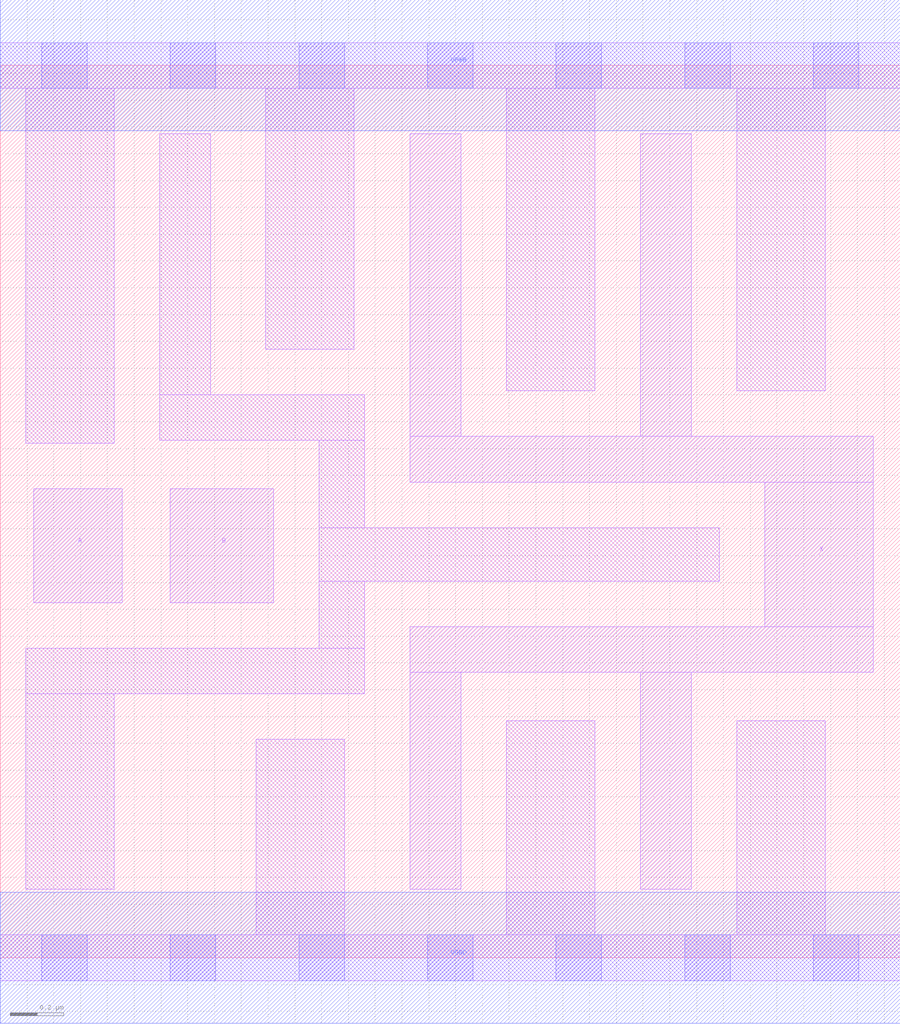
<source format=lef>
# Copyright 2020 The SkyWater PDK Authors
#
# Licensed under the Apache License, Version 2.0 (the "License");
# you may not use this file except in compliance with the License.
# You may obtain a copy of the License at
#
#     https://www.apache.org/licenses/LICENSE-2.0
#
# Unless required by applicable law or agreed to in writing, software
# distributed under the License is distributed on an "AS IS" BASIS,
# WITHOUT WARRANTIES OR CONDITIONS OF ANY KIND, either express or implied.
# See the License for the specific language governing permissions and
# limitations under the License.
#
# SPDX-License-Identifier: Apache-2.0

VERSION 5.7 ;
  NAMESCASESENSITIVE ON ;
  NOWIREEXTENSIONATPIN ON ;
  DIVIDERCHAR "/" ;
  BUSBITCHARS "[]" ;
UNITS
  DATABASE MICRONS 200 ;
END UNITS
MACRO sky130_fd_sc_lp__and2_4
  CLASS CORE ;
  SOURCE USER ;
  FOREIGN sky130_fd_sc_lp__and2_4 ;
  ORIGIN  0.000000  0.000000 ;
  SIZE  3.360000 BY  3.330000 ;
  SYMMETRY X Y R90 ;
  SITE unit ;
  PIN A
    ANTENNAGATEAREA  0.315000 ;
    DIRECTION INPUT ;
    USE SIGNAL ;
    PORT
      LAYER li1 ;
        RECT 0.125000 1.325000 0.455000 1.750000 ;
    END
  END A
  PIN B
    ANTENNAGATEAREA  0.315000 ;
    DIRECTION INPUT ;
    USE SIGNAL ;
    PORT
      LAYER li1 ;
        RECT 0.635000 1.325000 1.020000 1.750000 ;
    END
  END B
  PIN X
    ANTENNADIFFAREA  1.176000 ;
    DIRECTION OUTPUT ;
    USE SIGNAL ;
    PORT
      LAYER li1 ;
        RECT 1.530000 0.255000 1.720000 1.065000 ;
        RECT 1.530000 1.065000 3.260000 1.235000 ;
        RECT 1.530000 1.775000 3.260000 1.945000 ;
        RECT 1.530000 1.945000 1.720000 3.075000 ;
        RECT 2.390000 0.255000 2.580000 1.065000 ;
        RECT 2.390000 1.945000 2.580000 3.075000 ;
        RECT 2.855000 1.235000 3.260000 1.775000 ;
    END
  END X
  PIN VGND
    DIRECTION INOUT ;
    USE GROUND ;
    PORT
      LAYER met1 ;
        RECT 0.000000 -0.245000 3.360000 0.245000 ;
    END
  END VGND
  PIN VPWR
    DIRECTION INOUT ;
    USE POWER ;
    PORT
      LAYER met1 ;
        RECT 0.000000 3.085000 3.360000 3.575000 ;
    END
  END VPWR
  OBS
    LAYER li1 ;
      RECT 0.000000 -0.085000 3.360000 0.085000 ;
      RECT 0.000000  3.245000 3.360000 3.415000 ;
      RECT 0.095000  0.255000 0.425000 0.985000 ;
      RECT 0.095000  0.985000 1.360000 1.155000 ;
      RECT 0.095000  1.920000 0.425000 3.245000 ;
      RECT 0.595000  1.930000 1.360000 2.100000 ;
      RECT 0.595000  2.100000 0.785000 3.075000 ;
      RECT 0.955000  0.085000 1.285000 0.815000 ;
      RECT 0.990000  2.270000 1.320000 3.245000 ;
      RECT 1.190000  1.155000 1.360000 1.405000 ;
      RECT 1.190000  1.405000 2.685000 1.605000 ;
      RECT 1.190000  1.605000 1.360000 1.930000 ;
      RECT 1.890000  0.085000 2.220000 0.885000 ;
      RECT 1.890000  2.115000 2.220000 3.245000 ;
      RECT 2.750000  0.085000 3.080000 0.885000 ;
      RECT 2.750000  2.115000 3.080000 3.245000 ;
    LAYER mcon ;
      RECT 0.155000 -0.085000 0.325000 0.085000 ;
      RECT 0.155000  3.245000 0.325000 3.415000 ;
      RECT 0.635000 -0.085000 0.805000 0.085000 ;
      RECT 0.635000  3.245000 0.805000 3.415000 ;
      RECT 1.115000 -0.085000 1.285000 0.085000 ;
      RECT 1.115000  3.245000 1.285000 3.415000 ;
      RECT 1.595000 -0.085000 1.765000 0.085000 ;
      RECT 1.595000  3.245000 1.765000 3.415000 ;
      RECT 2.075000 -0.085000 2.245000 0.085000 ;
      RECT 2.075000  3.245000 2.245000 3.415000 ;
      RECT 2.555000 -0.085000 2.725000 0.085000 ;
      RECT 2.555000  3.245000 2.725000 3.415000 ;
      RECT 3.035000 -0.085000 3.205000 0.085000 ;
      RECT 3.035000  3.245000 3.205000 3.415000 ;
  END
END sky130_fd_sc_lp__and2_4
END LIBRARY

</source>
